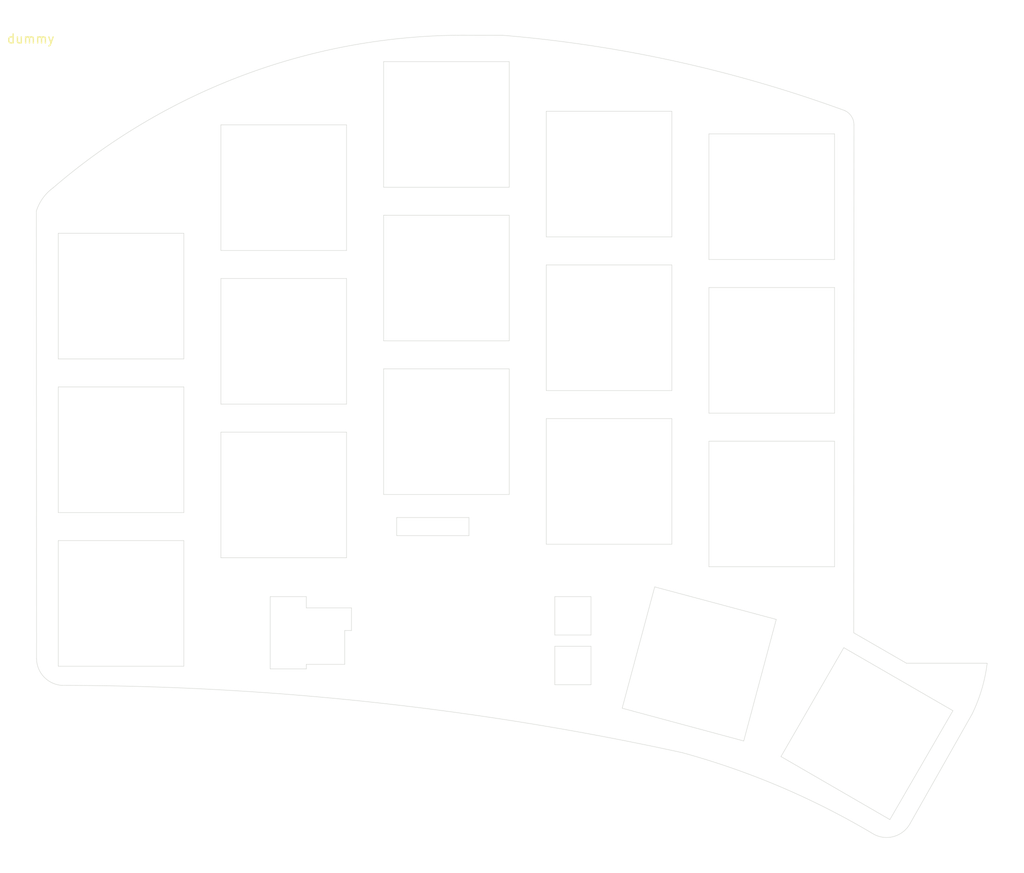
<source format=kicad_pcb>
(kicad_pcb (version 20171130) (host pcbnew 5.1.9)

  (general
    (thickness 1.6)
    (drawings 200)
    (tracks 0)
    (zones 0)
    (modules 1)
    (nets 1)
  )

  (page A4)
  (layers
    (0 F.Cu signal)
    (31 B.Cu signal)
    (32 B.Adhes user)
    (33 F.Adhes user)
    (34 B.Paste user)
    (35 F.Paste user)
    (36 B.SilkS user)
    (37 F.SilkS user)
    (38 B.Mask user)
    (39 F.Mask user)
    (40 Dwgs.User user)
    (41 Cmts.User user)
    (42 Eco1.User user)
    (43 Eco2.User user)
    (44 Edge.Cuts user)
    (45 Margin user)
    (46 B.CrtYd user)
    (47 F.CrtYd user)
    (48 B.Fab user)
    (49 F.Fab user)
  )

  (setup
    (last_trace_width 0.25)
    (trace_clearance 0.2)
    (zone_clearance 0.508)
    (zone_45_only no)
    (trace_min 0.2)
    (via_size 0.8)
    (via_drill 0.4)
    (via_min_size 0.4)
    (via_min_drill 0.3)
    (uvia_size 0.3)
    (uvia_drill 0.1)
    (uvias_allowed no)
    (uvia_min_size 0.2)
    (uvia_min_drill 0.1)
    (edge_width 0.05)
    (segment_width 0.2)
    (pcb_text_width 0.3)
    (pcb_text_size 1.5 1.5)
    (mod_edge_width 0.12)
    (mod_text_size 1 1)
    (mod_text_width 0.15)
    (pad_size 1.524 1.524)
    (pad_drill 0.762)
    (pad_to_mask_clearance 0.05)
    (aux_axis_origin 0 0)
    (visible_elements FFFFFFFF)
    (pcbplotparams
      (layerselection 0x010fc_ffffffff)
      (usegerberextensions false)
      (usegerberattributes true)
      (usegerberadvancedattributes true)
      (creategerberjobfile true)
      (excludeedgelayer true)
      (linewidth 0.100000)
      (plotframeref false)
      (viasonmask false)
      (mode 1)
      (useauxorigin false)
      (hpglpennumber 1)
      (hpglpenspeed 20)
      (hpglpendiameter 15.000000)
      (psnegative false)
      (psa4output false)
      (plotreference false)
      (plotvalue false)
      (plotinvisibletext false)
      (padsonsilk false)
      (subtractmaskfromsilk false)
      (outputformat 1)
      (mirror false)
      (drillshape 0)
      (scaleselection 1)
      (outputdirectory ""))
  )

  (net 0 "")

  (net_class Default "This is the default net class."
    (clearance 0.2)
    (trace_width 0.25)
    (via_dia 0.8)
    (via_drill 0.4)
    (uvia_dia 0.3)
    (uvia_drill 0.1)
  )

  (net_class Power ""
    (clearance 0.2)
    (trace_width 0.3)
    (via_dia 0.8)
    (via_drill 0.4)
    (uvia_dia 0.3)
    (uvia_drill 0.1)
  )

  (module dummy:dummy (layer F.Cu) (tedit 604AAE8F) (tstamp 606383FE)
    (at 12.01 12.03)
    (fp_text reference dummy (at 0 0.5) (layer F.SilkS)
      (effects (font (size 1 1) (thickness 0.15)))
    )
    (fp_text value dummy (at 0 -0.5) (layer F.Fab)
      (effects (font (size 1 1) (thickness 0.15)))
    )
  )

  (gr_line (start 52.5 67.5) (end 60.5 67.5) (layer Edge.Cuts) (width 0.05) (tstamp 606387D5))
  (gr_line (start 60.5 67.5) (end 60.5 65.5) (layer Edge.Cuts) (width 0.05) (tstamp 606387BC))
  (gr_line (start 60.5 65.5) (end 52.5 65.5) (layer Edge.Cuts) (width 0.05) (tstamp 606387A3))
  (gr_line (start 52.5 65.5) (end 52.5 67.5) (layer Edge.Cuts) (width 0.05) (tstamp 6063878F))
  (gr_line (start 74 84) (end 70 84) (layer Edge.Cuts) (width 0.05) (tstamp 60638775))
  (gr_line (start 74 79.75) (end 74 84) (layer Edge.Cuts) (width 0.05) (tstamp 60638768))
  (gr_line (start 70 84) (end 70 79.75) (layer Edge.Cuts) (width 0.05) (tstamp 60638754))
  (gr_line (start 70 79.75) (end 74 79.75) (layer Edge.Cuts) (width 0.05) (tstamp 60638746))
  (gr_line (start 74 78.5) (end 70 78.5) (layer Edge.Cuts) (width 0.05) (tstamp 60638731))
  (gr_line (start 74 74.25) (end 74 78.5) (layer Edge.Cuts) (width 0.05) (tstamp 60638722))
  (gr_line (start 70 74.25) (end 74 74.25) (layer Edge.Cuts) (width 0.05) (tstamp 6063870E))
  (gr_line (start 70 78.5) (end 70 74.25) (layer Edge.Cuts) (width 0.05) (tstamp 606386FD))
  (gr_line (start 42.5 74.25) (end 38.5 74.25) (layer Edge.Cuts) (width 0.05) (tstamp 606386D2))
  (gr_line (start 42.5 75.5) (end 42.5 74.25) (layer Edge.Cuts) (width 0.05) (tstamp 606386BF))
  (gr_line (start 47.5 75.5) (end 42.5 75.5) (layer Edge.Cuts) (width 0.05) (tstamp 606386A9))
  (gr_line (start 47.5 78) (end 47.5 75.5) (layer Edge.Cuts) (width 0.05) (tstamp 60638690))
  (gr_line (start 46.75 78) (end 47.5 78) (layer Edge.Cuts) (width 0.05) (tstamp 60638677))
  (gr_line (start 46.75 81.75) (end 46.75 78) (layer Edge.Cuts) (width 0.05) (tstamp 6063865F))
  (gr_line (start 42.5 81.75) (end 46.75 81.75) (layer Edge.Cuts) (width 0.05) (tstamp 6063864D))
  (gr_line (start 42.5 82.25) (end 42.5 81.75) (layer Edge.Cuts) (width 0.05) (tstamp 6063863D))
  (gr_line (start 38.5 82.25) (end 42.5 82.25) (layer Edge.Cuts) (width 0.05) (tstamp 606385F0))
  (gr_line (start 38.5 74.25) (end 38.5 82.25) (layer Edge.Cuts) (width 0.05) (tstamp 606385D8))
  (gr_line (start 116.174774 87.240588) (end 109.326469 99.33052) (layer Edge.Cuts) (width 0.05) (tstamp 60637E2F))
  (gr_arc (start 106.70685 97.938124) (end 105.29885 100.549389) (angle -90.34182972) (layer Edge.Cuts) (width 0.05) (tstamp 60637E1B))
  (gr_arc (start 61.59 173.76) (end 105.29885 100.549389) (angle -15.53366677) (layer Edge.Cuts) (width 0.05) (tstamp 60637DF1))
  (gr_arc (start 15.157962 407.009423) (end 84.096173 91.518105) (angle -12.26886215) (layer Edge.Cuts) (width 0.05) (tstamp 60637D5A))
  (gr_arc (start 15.157962 407.009438) (end 84.370665 90.557556) (angle -12.23959981) (layer Cmts.User) (width 0.15) (tstamp 60637D5A))
  (gr_arc (start 15.650018 81.077212) (end 12.650019 81.147211) (angle -85.4164945) (layer Edge.Cuts) (width 0.05) (tstamp 60637D36))
  (gr_line (start 12.631572 31.580502) (end 12.650019 81.147211) (layer Edge.Cuts) (width 0.05) (tstamp 60637C87))
  (gr_arc (start 17.470803 33.12706) (end 14.470803 29.02706) (angle -36.08355995) (layer Edge.Cuts) (width 0.05) (tstamp 60637C63))
  (gr_arc (start 59.971713 81.838125) (end 60.313324 12.129986) (angle -41.02828093) (layer Edge.Cuts) (width 0.05) (tstamp 60637C47))
  (gr_line (start 64.208611 12.13669) (end 60.313324 12.129986) (layer Edge.Cuts) (width 0.05) (tstamp 60637C32))
  (gr_arc (start 52.262974 156.65255) (end 102.086813 20.472092) (angle -15.37056041) (layer Edge.Cuts) (width 0.05) (tstamp 60637C12))
  (gr_arc (start 101.35 22.059419) (end 103.1 22.059419) (angle -65.09998996) (layer Edge.Cuts) (width 0.05) (tstamp 60637BFB))
  (gr_line (start 103.08 78.26) (end 103.1 22.059419) (layer Edge.Cuts) (width 0.05) (tstamp 60637B8B))
  (gr_line (start 108.9 81.62) (end 103.08 78.26) (layer Edge.Cuts) (width 0.05))
  (gr_line (start 117.84 81.62) (end 108.9 81.62) (layer Edge.Cuts) (width 0.05))
  (gr_arc (start 100.185923 79.446557) (end 116.174774 87.240588) (angle -18.96916069) (layer Edge.Cuts) (width 0.05) (tstamp 60637AD3))
  (gr_arc (start 101.34 21.839419) (end 107.08 21.81) (angle -70.48034004) (layer Cmts.User) (width 0.05) (tstamp 606377C6))
  (gr_line (start 121.883174 72.291074) (end 119.03 72.29) (layer Cmts.User) (width 0.05) (tstamp 6063766C))
  (gr_line (start 119.03 79.58) (end 119.03 72.29) (layer Cmts.User) (width 0.05))
  (gr_line (start 121.883174 79.581074) (end 119.03 79.58) (layer Cmts.User) (width 0.05))
  (gr_arc (start 118.58 53.26) (end 121.894999 53.129082) (angle -85.10000809) (layer Cmts.User) (width 0.05) (tstamp 6063753A))
  (gr_arc (start 100.161149 79.415969) (end 119.626163 89.058939) (angle -25.91833388) (layer Cmts.User) (width 0.05) (tstamp 606374FE))
  (gr_arc (start 106.688 97.938735) (end 104.608804 104.501378) (angle -79.78441836) (layer Cmts.User) (width 0.05) (tstamp 60637467))
  (gr_arc (start 16.848055 32.971668) (end 11.20874 27.019422) (angle -45.48652821) (layer Cmts.User) (width 0.05) (tstamp 6063720E))
  (gr_arc (start 58.385367 76.935854) (end 57.528777 8.258706) (angle -42.6690406) (layer Cmts.User) (width 0.05) (tstamp 6063712B))
  (gr_line (start 119.626163 89.058939) (end 112.777858 101.148871) (layer Cmts.User) (width 0.05) (tstamp 606370C4))
  (gr_arc (start 60.560804 178.672643) (end 104.608804 104.501378) (angle -18.59350635) (layer Cmts.User) (width 0.05) (tstamp 6063706F))
  (gr_line (start 121.894999 53.129082) (end 121.883174 72.291074) (layer Cmts.User) (width 0.05) (tstamp 6063700C))
  (gr_line (start 107.13 49.94) (end 118.732717 49.945934) (layer Cmts.User) (width 0.05) (tstamp 60636FED))
  (gr_line (start 107.13 49.94) (end 107.08 21.81) (layer Cmts.User) (width 0.05) (tstamp 60636F5A))
  (gr_arc (start 54.462442 151.952303) (end 103.23018 16.419485) (angle -15.71010077) (layer Cmts.User) (width 0.05) (tstamp 60636EE6))
  (gr_line (start 64.710171 8.277597) (end 57.528777 8.258706) (layer Cmts.User) (width 0.05) (tstamp 60636ECF))
  (gr_arc (start 14.439258 411.808108) (end 78.660051 94.327992) (angle -11.29848431) (layer Cmts.User) (width 0.05) (tstamp 60636E58))
  (gr_arc (start 15.03 81.5) (end 8.63 81.63) (angle -90.48950652) (layer Cmts.User) (width 0.05) (tstamp 60636E2B))
  (gr_arc (start 15.650018 81.077212) (end 13.650019 81.147211) (angle -89.7) (layer Cmts.User) (width 0.15) (tstamp 60636DE9))
  (gr_line (start 8.65 32.82) (end 8.63 81.63) (layer Cmts.User) (width 0.05) (tstamp 60636DD4))
  (gr_line (start 68.75 70.25) (end 68.75 82.75) (layer Cmts.User) (width 0.15) (tstamp 606369FE))
  (gr_line (start 67.25 70.25) (end 68.75 70.25) (layer Cmts.User) (width 0.15))
  (gr_line (start 67.25 82.75) (end 67.25 70.25) (layer Cmts.User) (width 0.15))
  (gr_line (start 68.75 82.75) (end 67.25 82.75) (layer Cmts.User) (width 0.15))
  (gr_line (start 70 84) (end 70 79.75) (layer Cmts.User) (width 0.15) (tstamp 606369F4))
  (gr_line (start 74 84) (end 70 84) (layer Cmts.User) (width 0.15))
  (gr_line (start 74 79.75) (end 74 84) (layer Cmts.User) (width 0.15))
  (gr_line (start 70 79.75) (end 74 79.75) (layer Cmts.User) (width 0.15))
  (gr_line (start 70 78.5) (end 70 74.25) (layer Cmts.User) (width 0.15) (tstamp 606369EA))
  (gr_line (start 74 78.5) (end 70 78.5) (layer Cmts.User) (width 0.15))
  (gr_line (start 74 74.25) (end 74 78.5) (layer Cmts.User) (width 0.15))
  (gr_line (start 70 74.25) (end 74 74.25) (layer Cmts.User) (width 0.15))
  (gr_line (start 54.25 84.75) (end 54.25 83.25) (layer Cmts.User) (width 0.15) (tstamp 606369DD))
  (gr_line (start 66.75 84.75) (end 54.25 84.75) (layer Cmts.User) (width 0.15))
  (gr_line (start 66.75 83.25) (end 66.75 84.75) (layer Cmts.User) (width 0.15))
  (gr_line (start 54.25 83.25) (end 66.75 83.25) (layer Cmts.User) (width 0.15))
  (gr_line (start 52.25 82.75) (end 52.25 70.25) (layer Cmts.User) (width 0.15) (tstamp 606369D3))
  (gr_line (start 53.75 82.75) (end 52.25 82.75) (layer Cmts.User) (width 0.15))
  (gr_line (start 53.75 70.25) (end 53.75 82.75) (layer Cmts.User) (width 0.15))
  (gr_line (start 52.25 70.25) (end 53.75 70.25) (layer Cmts.User) (width 0.15))
  (gr_line (start 54.25 69.75) (end 54.25 68.25) (layer Cmts.User) (width 0.15) (tstamp 606369CA))
  (gr_line (start 66.75 69.75) (end 54.25 69.75) (layer Cmts.User) (width 0.15))
  (gr_line (start 66.75 68.25) (end 66.75 69.75) (layer Cmts.User) (width 0.15))
  (gr_line (start 54.25 68.25) (end 66.75 68.25) (layer Cmts.User) (width 0.15))
  (gr_line (start 55.25 81.75) (end 55.25 71.25) (layer Cmts.User) (width 0.15) (tstamp 606369BE))
  (gr_line (start 65.75 81.75) (end 55.25 81.75) (layer Cmts.User) (width 0.15))
  (gr_line (start 65.75 71.25) (end 65.75 81.75) (layer Cmts.User) (width 0.15))
  (gr_line (start 55.25 71.25) (end 65.75 71.25) (layer Cmts.User) (width 0.15))
  (gr_line (start 52.5 65.5) (end 52.5 67.5) (layer Cmts.User) (width 0.15) (tstamp 606369A6))
  (gr_line (start 60.5 65.5) (end 52.5 65.5) (layer Cmts.User) (width 0.15))
  (gr_line (start 60.5 67.5) (end 60.5 65.5) (layer Cmts.User) (width 0.15))
  (gr_line (start 52.5 67.5) (end 60.5 67.5) (layer Cmts.User) (width 0.15))
  (gr_line (start 42.5 74.25) (end 38.5 74.25) (layer Cmts.User) (width 0.15) (tstamp 60636996))
  (gr_line (start 42.5 75.5) (end 42.5 74.25) (layer Cmts.User) (width 0.15))
  (gr_line (start 47.5 75.5) (end 42.5 75.5) (layer Cmts.User) (width 0.15))
  (gr_line (start 47.5 78) (end 47.5 75.5) (layer Cmts.User) (width 0.15))
  (gr_line (start 46.75 78) (end 47.5 78) (layer Cmts.User) (width 0.15))
  (gr_line (start 46.75 81.75) (end 46.75 78) (layer Cmts.User) (width 0.15))
  (gr_line (start 42.5 81.75) (end 46.75 81.75) (layer Cmts.User) (width 0.15))
  (gr_line (start 42.5 82.25) (end 42.5 81.75) (layer Cmts.User) (width 0.15))
  (gr_line (start 38.5 82.25) (end 42.5 82.25) (layer Cmts.User) (width 0.15))
  (gr_line (start 38.5 74.25) (end 38.5 82.25) (layer Cmts.User) (width 0.15))
  (gr_line (start 106.225 51.85) (end 103.875 51.85) (layer Eco1.User) (width 0.15) (tstamp 606367DF))
  (gr_line (start 103.65 72.925) (end 104.81 72.82) (layer Eco1.User) (width 0.15))
  (gr_line (start 103.875 51.85) (end 103.65 72.925) (layer Eco1.User) (width 0.15))
  (gr_line (start 116.975 51.875) (end 106.3 51.875) (layer Eco1.User) (width 0.15) (tstamp 6063679E))
  (gr_line (start 116.925 73.1) (end 116.975 51.875) (layer Eco1.User) (width 0.15))
  (gr_line (start 118.975 73.125) (end 116.925 73.1) (layer Eco1.User) (width 0.15))
  (gr_line (start 118.975 78.8) (end 118.975 73.125) (layer Eco1.User) (width 0.15))
  (gr_line (start 117.125 78.85) (end 118.975 78.8) (layer Eco1.User) (width 0.15))
  (gr_line (start 117.15 79.1) (end 117.125 78.85) (layer Eco1.User) (width 0.15))
  (gr_line (start 116.45 79.1) (end 117.15 79.1) (layer Eco1.User) (width 0.15))
  (gr_line (start 116.55 81.675) (end 116.45 79.1) (layer Eco1.User) (width 0.15))
  (gr_line (start 108.9 81.65) (end 116.55 81.675) (layer Eco1.User) (width 0.15))
  (gr_line (start 108.825 79.175) (end 108.9 81.65) (layer Eco1.User) (width 0.15))
  (gr_line (start 104.875 79.125) (end 108.825 79.175) (layer Eco1.User) (width 0.15))
  (gr_line (start 104.8 72.825) (end 104.875 79.125) (layer Eco1.User) (width 0.15))
  (gr_line (start 95.025 91.95) (end 101.975 79.9) (layer Edge.Cuts) (width 0.05) (tstamp 60636729))
  (gr_line (start 107.075 98.925) (end 95.025 91.95) (layer Edge.Cuts) (width 0.05))
  (gr_line (start 114.05 86.875) (end 107.075 98.925) (layer Edge.Cuts) (width 0.05))
  (gr_line (start 101.975 79.9) (end 114.05 86.875) (layer Edge.Cuts) (width 0.05))
  (gr_line (start 77.45 86.6) (end 81.05 73.175) (layer Edge.Cuts) (width 0.05) (tstamp 606366D7))
  (gr_line (start 90.9 90.225) (end 77.45 86.6) (layer Edge.Cuts) (width 0.05))
  (gr_line (start 94.5 76.775) (end 90.9 90.225) (layer Edge.Cuts) (width 0.05))
  (gr_line (start 81.05 73.175) (end 94.5 76.775) (layer Edge.Cuts) (width 0.05))
  (gr_line (start 100.95 53.95) (end 87.05 53.95) (layer Edge.Cuts) (width 0.05) (tstamp 6063653A))
  (gr_line (start 100.95 36.95) (end 87.05 36.95) (layer Edge.Cuts) (width 0.05) (tstamp 60636539))
  (gr_line (start 100.95 57.05) (end 100.95 70.95) (layer Edge.Cuts) (width 0.05) (tstamp 60636538))
  (gr_line (start 87.05 57.05) (end 100.95 57.05) (layer Edge.Cuts) (width 0.05) (tstamp 60636537))
  (gr_line (start 100.95 70.95) (end 87.05 70.95) (layer Edge.Cuts) (width 0.05) (tstamp 60636536))
  (gr_line (start 87.05 23.05) (end 100.95 23.05) (layer Edge.Cuts) (width 0.05) (tstamp 60636535))
  (gr_line (start 87.05 53.95) (end 87.05 40.05) (layer Edge.Cuts) (width 0.05) (tstamp 60636534))
  (gr_line (start 100.95 23.05) (end 100.95 36.95) (layer Edge.Cuts) (width 0.05) (tstamp 60636533))
  (gr_line (start 87.05 70.95) (end 87.05 57.05) (layer Edge.Cuts) (width 0.05) (tstamp 60636532))
  (gr_line (start 100.95 40.05) (end 100.95 53.95) (layer Edge.Cuts) (width 0.05) (tstamp 60636531))
  (gr_line (start 87.05 40.05) (end 100.95 40.05) (layer Edge.Cuts) (width 0.05) (tstamp 60636530))
  (gr_line (start 87.05 36.95) (end 87.05 23.05) (layer Edge.Cuts) (width 0.05) (tstamp 6063652F))
  (gr_line (start 82.95 51.45) (end 69.05 51.45) (layer Edge.Cuts) (width 0.05) (tstamp 60636516))
  (gr_line (start 82.95 34.45) (end 69.05 34.45) (layer Edge.Cuts) (width 0.05) (tstamp 60636515))
  (gr_line (start 69.05 20.55) (end 82.95 20.55) (layer Edge.Cuts) (width 0.05) (tstamp 60636514))
  (gr_line (start 69.05 51.45) (end 69.05 37.55) (layer Edge.Cuts) (width 0.05) (tstamp 60636513))
  (gr_line (start 82.95 37.55) (end 82.95 51.45) (layer Edge.Cuts) (width 0.05) (tstamp 60636512))
  (gr_line (start 69.05 37.55) (end 82.95 37.55) (layer Edge.Cuts) (width 0.05) (tstamp 60636511))
  (gr_line (start 82.95 20.55) (end 82.95 34.45) (layer Edge.Cuts) (width 0.05) (tstamp 60636510))
  (gr_line (start 69.05 68.45) (end 69.05 54.55) (layer Edge.Cuts) (width 0.05) (tstamp 6063650F))
  (gr_line (start 82.95 54.55) (end 82.95 68.45) (layer Edge.Cuts) (width 0.05) (tstamp 6063650E))
  (gr_line (start 69.05 54.55) (end 82.95 54.55) (layer Edge.Cuts) (width 0.05) (tstamp 6063650D))
  (gr_line (start 82.95 68.45) (end 69.05 68.45) (layer Edge.Cuts) (width 0.05) (tstamp 6063650C))
  (gr_line (start 69.05 34.45) (end 69.05 20.55) (layer Edge.Cuts) (width 0.05) (tstamp 6063650B))
  (gr_line (start 51.05 49.05) (end 64.95 49.05) (layer Edge.Cuts) (width 0.05) (tstamp 606364F2))
  (gr_line (start 64.95 62.95) (end 51.05 62.95) (layer Edge.Cuts) (width 0.05) (tstamp 606364F1))
  (gr_line (start 64.95 45.95) (end 51.05 45.95) (layer Edge.Cuts) (width 0.05) (tstamp 606364F0))
  (gr_line (start 64.95 32.05) (end 64.95 45.95) (layer Edge.Cuts) (width 0.05) (tstamp 606364EF))
  (gr_line (start 51.05 15.05) (end 64.95 15.05) (layer Edge.Cuts) (width 0.05) (tstamp 606364EE))
  (gr_line (start 64.95 15.05) (end 64.95 28.95) (layer Edge.Cuts) (width 0.05) (tstamp 606364ED))
  (gr_line (start 51.05 62.95) (end 51.05 49.05) (layer Edge.Cuts) (width 0.05) (tstamp 606364EC))
  (gr_line (start 64.95 49.05) (end 64.95 62.95) (layer Edge.Cuts) (width 0.05) (tstamp 606364EB))
  (gr_line (start 51.05 28.95) (end 51.05 15.05) (layer Edge.Cuts) (width 0.05) (tstamp 606364EA))
  (gr_line (start 51.05 32.05) (end 64.95 32.05) (layer Edge.Cuts) (width 0.05) (tstamp 606364E9))
  (gr_line (start 64.95 28.95) (end 51.05 28.95) (layer Edge.Cuts) (width 0.05) (tstamp 606364E8))
  (gr_line (start 51.05 45.95) (end 51.05 32.05) (layer Edge.Cuts) (width 0.05) (tstamp 606364E7))
  (gr_line (start 46.95 39.05) (end 46.95 52.95) (layer Edge.Cuts) (width 0.05) (tstamp 606364CE))
  (gr_line (start 46.95 22.05) (end 46.95 35.95) (layer Edge.Cuts) (width 0.05) (tstamp 606364CD))
  (gr_line (start 33.05 69.95) (end 33.05 56.05) (layer Edge.Cuts) (width 0.05) (tstamp 606364CC))
  (gr_line (start 33.05 22.05) (end 46.95 22.05) (layer Edge.Cuts) (width 0.05) (tstamp 606364CB))
  (gr_line (start 46.95 69.95) (end 33.05 69.95) (layer Edge.Cuts) (width 0.05) (tstamp 606364CA))
  (gr_line (start 46.95 35.95) (end 33.05 35.95) (layer Edge.Cuts) (width 0.05) (tstamp 606364C9))
  (gr_line (start 33.05 52.95) (end 33.05 39.05) (layer Edge.Cuts) (width 0.05) (tstamp 606364C8))
  (gr_line (start 33.05 39.05) (end 46.95 39.05) (layer Edge.Cuts) (width 0.05) (tstamp 606364C7))
  (gr_line (start 46.95 56.05) (end 46.95 69.95) (layer Edge.Cuts) (width 0.05) (tstamp 606364C6))
  (gr_line (start 46.95 52.95) (end 33.05 52.95) (layer Edge.Cuts) (width 0.05) (tstamp 606364C5))
  (gr_line (start 33.05 35.95) (end 33.05 22.05) (layer Edge.Cuts) (width 0.05) (tstamp 606364C4))
  (gr_line (start 33.05 56.05) (end 46.95 56.05) (layer Edge.Cuts) (width 0.05) (tstamp 606364C3))
  (gr_line (start 28.95 68.05) (end 28.95 81.95) (layer Edge.Cuts) (width 0.05) (tstamp 606363F9))
  (gr_line (start 15.05 81.95) (end 15.05 68.05) (layer Edge.Cuts) (width 0.05) (tstamp 606363F8))
  (gr_line (start 15.05 68.05) (end 28.95 68.05) (layer Edge.Cuts) (width 0.05) (tstamp 606363F7))
  (gr_line (start 28.95 81.95) (end 15.05 81.95) (layer Edge.Cuts) (width 0.05) (tstamp 606363F6))
  (gr_line (start 28.95 51.05) (end 28.95 64.95) (layer Edge.Cuts) (width 0.05) (tstamp 606363E4))
  (gr_line (start 15.05 51.05) (end 28.95 51.05) (layer Edge.Cuts) (width 0.05) (tstamp 606363E3))
  (gr_line (start 28.95 64.95) (end 15.05 64.95) (layer Edge.Cuts) (width 0.05) (tstamp 606363E2))
  (gr_line (start 15.05 64.95) (end 15.05 51.05) (layer Edge.Cuts) (width 0.05) (tstamp 606363E1))
  (gr_line (start 15.05 47.95) (end 15.05 34.05) (layer Edge.Cuts) (width 0.05) (tstamp 606363C2))
  (gr_line (start 28.95 47.95) (end 15.05 47.95) (layer Edge.Cuts) (width 0.05))
  (gr_line (start 28.95 34.05) (end 28.95 47.95) (layer Edge.Cuts) (width 0.05))
  (gr_line (start 15.05 34.05) (end 28.95 34.05) (layer Edge.Cuts) (width 0.05))
  (gr_arc (start 17.48 33.13) (end 15.035 29.885) (angle -35.4) (layer Cmts.User) (width 0.15) (tstamp 5F45BAB8))
  (gr_arc (start 52.262442 156.652303) (end 101.665245 21.378889) (angle -15.3) (layer Cmts.User) (width 0.15) (tstamp 5F45BAB6))
  (gr_arc (start 101.35 22.059419) (end 102.1 22.059419) (angle -65.1) (layer Cmts.User) (width 0.15) (tstamp 5F45BAB5))
  (gr_line (start 64.208637 13.136374) (end 60.008389 13.128139) (layer Cmts.User) (width 0.15) (tstamp 5F45BAB3))
  (gr_arc (start 60.008389 81.858139) (end 60.008389 13.128139) (angle -40.9) (layer Cmts.User) (width 0.15) (tstamp 5F45BAB2))
  (gr_line (start 116.965001 52.600918) (end 116.964908 79.587473) (layer Cmts.User) (width 0.15) (tstamp 5F359724))
  (gr_arc (start 15.157962 407.009453) (end 84.370665 90.557571) (angle -12.23959981) (layer Cmts.User) (width 0.15) (tstamp 5EDCBAB7))
  (gr_arc (start 100.191149 79.445969) (end 115.218305 86.900068) (angle -25.9) (layer Cmts.User) (width 0.15) (tstamp 5EDAA9C2))
  (gr_line (start 115.218305 86.900068) (end 108.37 98.99) (layer Cmts.User) (width 0.15) (tstamp 5EDAAAB5))
  (gr_line (start 102.15 49.899082) (end 102.1 22.059419) (layer Cmts.User) (width 0.15) (tstamp 5EDAB87D))
  (gr_arc (start 104.149999 49.829083) (end 102.15 49.899082) (angle -89) (layer Cmts.User) (width 0.15) (tstamp 5EDAB87A))
  (gr_arc (start 61.59 173.76) (end 105.638 99.588735) (angle -15.4) (layer Cmts.User) (width 0.15) (tstamp 5EDABA84))
  (gr_arc (start 15.650018 81.077212) (end 13.650019 81.147211) (angle -89.7) (layer Cmts.User) (width 0.15) (tstamp 5EDAA8DE))
  (gr_arc (start 106.708 97.938735) (end 105.638 99.588735) (angle -90.6) (layer Cmts.User) (width 0.15) (tstamp 5EDAABA5))
  (gr_arc (start 116.215001 52.600918) (end 116.965001 52.600918) (angle -90) (layer Cmts.User) (width 0.15) (tstamp 5EDAB58F))
  (gr_line (start 104.185001 51.83) (end 116.215001 51.850918) (layer Cmts.User) (width 0.15) (tstamp 5EDAB58C))
  (gr_line (start 13.608055 31.898702) (end 13.650019 81.147211) (layer Cmts.User) (width 0.15) (tstamp 5EDAB9D6))

)

</source>
